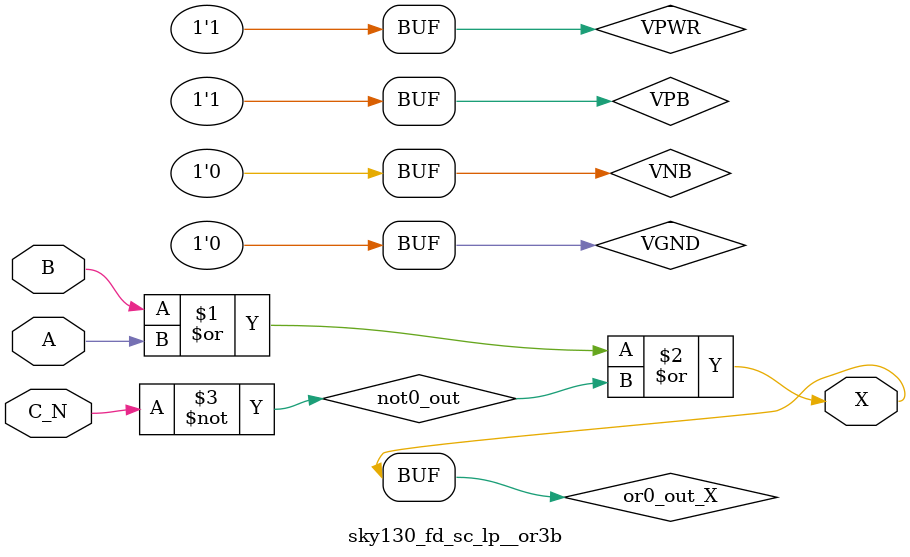
<source format=v>
/*
 * Copyright 2020 The SkyWater PDK Authors
 *
 * Licensed under the Apache License, Version 2.0 (the "License");
 * you may not use this file except in compliance with the License.
 * You may obtain a copy of the License at
 *
 *     https://www.apache.org/licenses/LICENSE-2.0
 *
 * Unless required by applicable law or agreed to in writing, software
 * distributed under the License is distributed on an "AS IS" BASIS,
 * WITHOUT WARRANTIES OR CONDITIONS OF ANY KIND, either express or implied.
 * See the License for the specific language governing permissions and
 * limitations under the License.
 *
 * SPDX-License-Identifier: Apache-2.0
*/


`ifndef SKY130_FD_SC_LP__OR3B_BEHAVIORAL_V
`define SKY130_FD_SC_LP__OR3B_BEHAVIORAL_V

/**
 * or3b: 3-input OR, first input inverted.
 *
 * Verilog simulation functional model.
 */

`timescale 1ns / 1ps
`default_nettype none

`celldefine
module sky130_fd_sc_lp__or3b (
    X  ,
    A  ,
    B  ,
    C_N
);

    // Module ports
    output X  ;
    input  A  ;
    input  B  ;
    input  C_N;

    // Module supplies
    supply1 VPWR;
    supply0 VGND;
    supply1 VPB ;
    supply0 VNB ;

    // Local signals
    wire not0_out ;
    wire or0_out_X;

    //  Name  Output     Other arguments
    not not0 (not0_out , C_N            );
    or  or0  (or0_out_X, B, A, not0_out );
    buf buf0 (X        , or0_out_X      );

endmodule
`endcelldefine

`default_nettype wire
`endif  // SKY130_FD_SC_LP__OR3B_BEHAVIORAL_V
</source>
